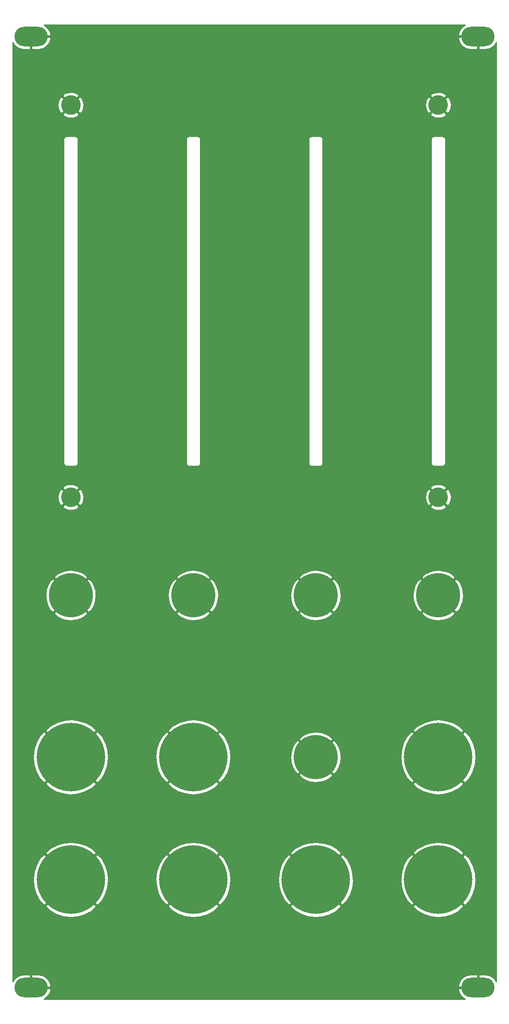
<source format=gbr>
%TF.GenerationSoftware,KiCad,Pcbnew,5.1.9-73d0e3b20d~88~ubuntu20.04.1*%
%TF.CreationDate,2021-04-01T10:45:02-04:00*%
%TF.ProjectId,ao_output_panel,616f5f6f-7574-4707-9574-5f70616e656c,rev?*%
%TF.SameCoordinates,Original*%
%TF.FileFunction,Copper,L1,Top*%
%TF.FilePolarity,Positive*%
%FSLAX46Y46*%
G04 Gerber Fmt 4.6, Leading zero omitted, Abs format (unit mm)*
G04 Created by KiCad (PCBNEW 5.1.9-73d0e3b20d~88~ubuntu20.04.1) date 2021-04-01 10:45:02*
%MOMM*%
%LPD*%
G01*
G04 APERTURE LIST*
%TA.AperFunction,ComponentPad*%
%ADD10C,4.000000*%
%TD*%
%TA.AperFunction,ComponentPad*%
%ADD11O,6.800000X4.000000*%
%TD*%
%TA.AperFunction,ComponentPad*%
%ADD12C,9.000000*%
%TD*%
%TA.AperFunction,ComponentPad*%
%ADD13C,14.000000*%
%TD*%
%TA.AperFunction,Conductor*%
%ADD14C,0.254000*%
%TD*%
%TA.AperFunction,Conductor*%
%ADD15C,0.100000*%
%TD*%
G04 APERTURE END LIST*
D10*
%TO.P,H20,1*%
%TO.N,GND*%
X137500000Y-117000000D03*
%TD*%
%TO.P,H19,1*%
%TO.N,GND*%
X137500000Y-37000000D03*
%TD*%
%TO.P,H18,1*%
%TO.N,GND*%
X62500000Y-117000000D03*
%TD*%
%TO.P,H17,1*%
%TO.N,GND*%
X62500000Y-37000000D03*
%TD*%
D11*
%TO.P,H16,1*%
%TO.N,GND*%
X145600000Y-23000000D03*
%TD*%
%TO.P,H15,1*%
%TO.N,GND*%
X145600000Y-217000000D03*
%TD*%
%TO.P,H14,1*%
%TO.N,GND*%
X54400000Y-23000000D03*
%TD*%
%TO.P,H13,1*%
%TO.N,GND*%
X54400000Y-217000000D03*
%TD*%
D12*
%TO.P,H12,1*%
%TO.N,GND*%
X112500000Y-170000000D03*
%TD*%
%TO.P,H11,1*%
%TO.N,GND*%
X137500000Y-137000000D03*
%TD*%
%TO.P,H10,1*%
%TO.N,GND*%
X112500000Y-137000000D03*
%TD*%
%TO.P,H9,1*%
%TO.N,GND*%
X87500000Y-137000000D03*
%TD*%
%TO.P,H8,1*%
%TO.N,GND*%
X62500000Y-137000000D03*
%TD*%
D13*
%TO.P,H7,1*%
%TO.N,GND*%
X137500000Y-195000000D03*
%TD*%
%TO.P,H6,1*%
%TO.N,GND*%
X112500000Y-195000000D03*
%TD*%
%TO.P,H5,1*%
%TO.N,GND*%
X87500000Y-195000000D03*
%TD*%
%TO.P,H4,1*%
%TO.N,GND*%
X62500000Y-195000000D03*
%TD*%
%TO.P,H3,1*%
%TO.N,GND*%
X137500000Y-170000000D03*
%TD*%
%TO.P,H2,1*%
%TO.N,GND*%
X87500000Y-170000000D03*
%TD*%
%TO.P,H1,1*%
%TO.N,GND*%
X62500000Y-170000000D03*
%TD*%
D14*
%TO.N,GND*%
X142630475Y-20879635D02*
X142246970Y-21226576D01*
X141938519Y-21641669D01*
X141716975Y-22108962D01*
X141620333Y-22462838D01*
X141727009Y-22873000D01*
X145473000Y-22873000D01*
X145473000Y-22853000D01*
X145727000Y-22853000D01*
X145727000Y-22873000D01*
X145747000Y-22873000D01*
X145747000Y-23127000D01*
X145727000Y-23127000D01*
X145727000Y-25635000D01*
X147127000Y-25635000D01*
X147638623Y-25559593D01*
X148125704Y-25385822D01*
X148569525Y-25120365D01*
X148953030Y-24773424D01*
X149261481Y-24358331D01*
X149340000Y-24192714D01*
X149340001Y-215807288D01*
X149261481Y-215641669D01*
X148953030Y-215226576D01*
X148569525Y-214879635D01*
X148125704Y-214614178D01*
X147638623Y-214440407D01*
X147127000Y-214365000D01*
X145727000Y-214365000D01*
X145727000Y-216873000D01*
X145747000Y-216873000D01*
X145747000Y-217127000D01*
X145727000Y-217127000D01*
X145727000Y-217147000D01*
X145473000Y-217147000D01*
X145473000Y-217127000D01*
X141727009Y-217127000D01*
X141620333Y-217537162D01*
X141716975Y-217891038D01*
X141938519Y-218358331D01*
X142246970Y-218773424D01*
X142630475Y-219120365D01*
X142997686Y-219340000D01*
X57002314Y-219340000D01*
X57369525Y-219120365D01*
X57753030Y-218773424D01*
X58061481Y-218358331D01*
X58283025Y-217891038D01*
X58379667Y-217537162D01*
X58272991Y-217127000D01*
X54527000Y-217127000D01*
X54527000Y-217147000D01*
X54273000Y-217147000D01*
X54273000Y-217127000D01*
X54253000Y-217127000D01*
X54253000Y-216873000D01*
X54273000Y-216873000D01*
X54273000Y-214365000D01*
X54527000Y-214365000D01*
X54527000Y-216873000D01*
X58272991Y-216873000D01*
X58379667Y-216462838D01*
X141620333Y-216462838D01*
X141727009Y-216873000D01*
X145473000Y-216873000D01*
X145473000Y-214365000D01*
X144073000Y-214365000D01*
X143561377Y-214440407D01*
X143074296Y-214614178D01*
X142630475Y-214879635D01*
X142246970Y-215226576D01*
X141938519Y-215641669D01*
X141716975Y-216108962D01*
X141620333Y-216462838D01*
X58379667Y-216462838D01*
X58283025Y-216108962D01*
X58061481Y-215641669D01*
X57753030Y-215226576D01*
X57369525Y-214879635D01*
X56925704Y-214614178D01*
X56438623Y-214440407D01*
X55927000Y-214365000D01*
X54527000Y-214365000D01*
X54273000Y-214365000D01*
X52873000Y-214365000D01*
X52361377Y-214440407D01*
X51874296Y-214614178D01*
X51430475Y-214879635D01*
X51046970Y-215226576D01*
X50738519Y-215641669D01*
X50660000Y-215807286D01*
X50660000Y-200401674D01*
X57277932Y-200401674D01*
X58093908Y-201280530D01*
X59403840Y-202019437D01*
X60832756Y-202488591D01*
X62325743Y-202669963D01*
X63825428Y-202556583D01*
X65274176Y-202152807D01*
X66616314Y-201474153D01*
X66906092Y-201280530D01*
X67722068Y-200401674D01*
X82277932Y-200401674D01*
X83093908Y-201280530D01*
X84403840Y-202019437D01*
X85832756Y-202488591D01*
X87325743Y-202669963D01*
X88825428Y-202556583D01*
X90274176Y-202152807D01*
X91616314Y-201474153D01*
X91906092Y-201280530D01*
X92722068Y-200401674D01*
X107277932Y-200401674D01*
X108093908Y-201280530D01*
X109403840Y-202019437D01*
X110832756Y-202488591D01*
X112325743Y-202669963D01*
X113825428Y-202556583D01*
X115274176Y-202152807D01*
X116616314Y-201474153D01*
X116906092Y-201280530D01*
X117722068Y-200401674D01*
X132277932Y-200401674D01*
X133093908Y-201280530D01*
X134403840Y-202019437D01*
X135832756Y-202488591D01*
X137325743Y-202669963D01*
X138825428Y-202556583D01*
X140274176Y-202152807D01*
X141616314Y-201474153D01*
X141906092Y-201280530D01*
X142722068Y-200401674D01*
X137500000Y-195179605D01*
X132277932Y-200401674D01*
X117722068Y-200401674D01*
X112500000Y-195179605D01*
X107277932Y-200401674D01*
X92722068Y-200401674D01*
X87500000Y-195179605D01*
X82277932Y-200401674D01*
X67722068Y-200401674D01*
X62500000Y-195179605D01*
X57277932Y-200401674D01*
X50660000Y-200401674D01*
X50660000Y-194825743D01*
X54830037Y-194825743D01*
X54943417Y-196325428D01*
X55347193Y-197774176D01*
X56025847Y-199116314D01*
X56219470Y-199406092D01*
X57098326Y-200222068D01*
X62320395Y-195000000D01*
X62679605Y-195000000D01*
X67901674Y-200222068D01*
X68780530Y-199406092D01*
X69519437Y-198096160D01*
X69988591Y-196667244D01*
X70169963Y-195174257D01*
X70143615Y-194825743D01*
X79830037Y-194825743D01*
X79943417Y-196325428D01*
X80347193Y-197774176D01*
X81025847Y-199116314D01*
X81219470Y-199406092D01*
X82098326Y-200222068D01*
X87320395Y-195000000D01*
X87679605Y-195000000D01*
X92901674Y-200222068D01*
X93780530Y-199406092D01*
X94519437Y-198096160D01*
X94988591Y-196667244D01*
X95169963Y-195174257D01*
X95143615Y-194825743D01*
X104830037Y-194825743D01*
X104943417Y-196325428D01*
X105347193Y-197774176D01*
X106025847Y-199116314D01*
X106219470Y-199406092D01*
X107098326Y-200222068D01*
X112320395Y-195000000D01*
X112679605Y-195000000D01*
X117901674Y-200222068D01*
X118780530Y-199406092D01*
X119519437Y-198096160D01*
X119988591Y-196667244D01*
X120169963Y-195174257D01*
X120143615Y-194825743D01*
X129830037Y-194825743D01*
X129943417Y-196325428D01*
X130347193Y-197774176D01*
X131025847Y-199116314D01*
X131219470Y-199406092D01*
X132098326Y-200222068D01*
X137320395Y-195000000D01*
X137679605Y-195000000D01*
X142901674Y-200222068D01*
X143780530Y-199406092D01*
X144519437Y-198096160D01*
X144988591Y-196667244D01*
X145169963Y-195174257D01*
X145056583Y-193674572D01*
X144652807Y-192225824D01*
X143974153Y-190883686D01*
X143780530Y-190593908D01*
X142901674Y-189777932D01*
X137679605Y-195000000D01*
X137320395Y-195000000D01*
X132098326Y-189777932D01*
X131219470Y-190593908D01*
X130480563Y-191903840D01*
X130011409Y-193332756D01*
X129830037Y-194825743D01*
X120143615Y-194825743D01*
X120056583Y-193674572D01*
X119652807Y-192225824D01*
X118974153Y-190883686D01*
X118780530Y-190593908D01*
X117901674Y-189777932D01*
X112679605Y-195000000D01*
X112320395Y-195000000D01*
X107098326Y-189777932D01*
X106219470Y-190593908D01*
X105480563Y-191903840D01*
X105011409Y-193332756D01*
X104830037Y-194825743D01*
X95143615Y-194825743D01*
X95056583Y-193674572D01*
X94652807Y-192225824D01*
X93974153Y-190883686D01*
X93780530Y-190593908D01*
X92901674Y-189777932D01*
X87679605Y-195000000D01*
X87320395Y-195000000D01*
X82098326Y-189777932D01*
X81219470Y-190593908D01*
X80480563Y-191903840D01*
X80011409Y-193332756D01*
X79830037Y-194825743D01*
X70143615Y-194825743D01*
X70056583Y-193674572D01*
X69652807Y-192225824D01*
X68974153Y-190883686D01*
X68780530Y-190593908D01*
X67901674Y-189777932D01*
X62679605Y-195000000D01*
X62320395Y-195000000D01*
X57098326Y-189777932D01*
X56219470Y-190593908D01*
X55480563Y-191903840D01*
X55011409Y-193332756D01*
X54830037Y-194825743D01*
X50660000Y-194825743D01*
X50660000Y-189598326D01*
X57277932Y-189598326D01*
X62500000Y-194820395D01*
X67722068Y-189598326D01*
X82277932Y-189598326D01*
X87500000Y-194820395D01*
X92722068Y-189598326D01*
X107277932Y-189598326D01*
X112500000Y-194820395D01*
X117722068Y-189598326D01*
X132277932Y-189598326D01*
X137500000Y-194820395D01*
X142722068Y-189598326D01*
X141906092Y-188719470D01*
X140596160Y-187980563D01*
X139167244Y-187511409D01*
X137674257Y-187330037D01*
X136174572Y-187443417D01*
X134725824Y-187847193D01*
X133383686Y-188525847D01*
X133093908Y-188719470D01*
X132277932Y-189598326D01*
X117722068Y-189598326D01*
X116906092Y-188719470D01*
X115596160Y-187980563D01*
X114167244Y-187511409D01*
X112674257Y-187330037D01*
X111174572Y-187443417D01*
X109725824Y-187847193D01*
X108383686Y-188525847D01*
X108093908Y-188719470D01*
X107277932Y-189598326D01*
X92722068Y-189598326D01*
X91906092Y-188719470D01*
X90596160Y-187980563D01*
X89167244Y-187511409D01*
X87674257Y-187330037D01*
X86174572Y-187443417D01*
X84725824Y-187847193D01*
X83383686Y-188525847D01*
X83093908Y-188719470D01*
X82277932Y-189598326D01*
X67722068Y-189598326D01*
X66906092Y-188719470D01*
X65596160Y-187980563D01*
X64167244Y-187511409D01*
X62674257Y-187330037D01*
X61174572Y-187443417D01*
X59725824Y-187847193D01*
X58383686Y-188525847D01*
X58093908Y-188719470D01*
X57277932Y-189598326D01*
X50660000Y-189598326D01*
X50660000Y-175401674D01*
X57277932Y-175401674D01*
X58093908Y-176280530D01*
X59403840Y-177019437D01*
X60832756Y-177488591D01*
X62325743Y-177669963D01*
X63825428Y-177556583D01*
X65274176Y-177152807D01*
X66616314Y-176474153D01*
X66906092Y-176280530D01*
X67722068Y-175401674D01*
X82277932Y-175401674D01*
X83093908Y-176280530D01*
X84403840Y-177019437D01*
X85832756Y-177488591D01*
X87325743Y-177669963D01*
X88825428Y-177556583D01*
X90274176Y-177152807D01*
X91616314Y-176474153D01*
X91906092Y-176280530D01*
X92722068Y-175401674D01*
X132277932Y-175401674D01*
X133093908Y-176280530D01*
X134403840Y-177019437D01*
X135832756Y-177488591D01*
X137325743Y-177669963D01*
X138825428Y-177556583D01*
X140274176Y-177152807D01*
X141616314Y-176474153D01*
X141906092Y-176280530D01*
X142722068Y-175401674D01*
X137500000Y-170179605D01*
X132277932Y-175401674D01*
X92722068Y-175401674D01*
X87500000Y-170179605D01*
X82277932Y-175401674D01*
X67722068Y-175401674D01*
X62500000Y-170179605D01*
X57277932Y-175401674D01*
X50660000Y-175401674D01*
X50660000Y-169825743D01*
X54830037Y-169825743D01*
X54943417Y-171325428D01*
X55347193Y-172774176D01*
X56025847Y-174116314D01*
X56219470Y-174406092D01*
X57098326Y-175222068D01*
X62320395Y-170000000D01*
X62679605Y-170000000D01*
X67901674Y-175222068D01*
X68780530Y-174406092D01*
X69519437Y-173096160D01*
X69988591Y-171667244D01*
X70169963Y-170174257D01*
X70143615Y-169825743D01*
X79830037Y-169825743D01*
X79943417Y-171325428D01*
X80347193Y-172774176D01*
X81025847Y-174116314D01*
X81219470Y-174406092D01*
X82098326Y-175222068D01*
X87320395Y-170000000D01*
X87679605Y-170000000D01*
X92901674Y-175222068D01*
X93780530Y-174406092D01*
X94221145Y-173624971D01*
X109054634Y-173624971D01*
X109570783Y-174247788D01*
X110455768Y-174737630D01*
X111419314Y-175045407D01*
X112424389Y-175159293D01*
X113432370Y-175074910D01*
X114404520Y-174795501D01*
X115303481Y-174331803D01*
X115429217Y-174247788D01*
X115945366Y-173624971D01*
X112500000Y-170179605D01*
X109054634Y-173624971D01*
X94221145Y-173624971D01*
X94519437Y-173096160D01*
X94988591Y-171667244D01*
X95169963Y-170174257D01*
X95151073Y-169924389D01*
X107340707Y-169924389D01*
X107425090Y-170932370D01*
X107704499Y-171904520D01*
X108168197Y-172803481D01*
X108252212Y-172929217D01*
X108875029Y-173445366D01*
X112320395Y-170000000D01*
X112679605Y-170000000D01*
X116124971Y-173445366D01*
X116747788Y-172929217D01*
X117237630Y-172044232D01*
X117545407Y-171080686D01*
X117659293Y-170075611D01*
X117638376Y-169825743D01*
X129830037Y-169825743D01*
X129943417Y-171325428D01*
X130347193Y-172774176D01*
X131025847Y-174116314D01*
X131219470Y-174406092D01*
X132098326Y-175222068D01*
X137320395Y-170000000D01*
X137679605Y-170000000D01*
X142901674Y-175222068D01*
X143780530Y-174406092D01*
X144519437Y-173096160D01*
X144988591Y-171667244D01*
X145169963Y-170174257D01*
X145056583Y-168674572D01*
X144652807Y-167225824D01*
X143974153Y-165883686D01*
X143780530Y-165593908D01*
X142901674Y-164777932D01*
X137679605Y-170000000D01*
X137320395Y-170000000D01*
X132098326Y-164777932D01*
X131219470Y-165593908D01*
X130480563Y-166903840D01*
X130011409Y-168332756D01*
X129830037Y-169825743D01*
X117638376Y-169825743D01*
X117574910Y-169067630D01*
X117295501Y-168095480D01*
X116831803Y-167196519D01*
X116747788Y-167070783D01*
X116124971Y-166554634D01*
X112679605Y-170000000D01*
X112320395Y-170000000D01*
X108875029Y-166554634D01*
X108252212Y-167070783D01*
X107762370Y-167955768D01*
X107454593Y-168919314D01*
X107340707Y-169924389D01*
X95151073Y-169924389D01*
X95056583Y-168674572D01*
X94652807Y-167225824D01*
X94222602Y-166375029D01*
X109054634Y-166375029D01*
X112500000Y-169820395D01*
X115945366Y-166375029D01*
X115429217Y-165752212D01*
X114544232Y-165262370D01*
X113580686Y-164954593D01*
X112575611Y-164840707D01*
X111567630Y-164925090D01*
X110595480Y-165204499D01*
X109696519Y-165668197D01*
X109570783Y-165752212D01*
X109054634Y-166375029D01*
X94222602Y-166375029D01*
X93974153Y-165883686D01*
X93780530Y-165593908D01*
X92901674Y-164777932D01*
X87679605Y-170000000D01*
X87320395Y-170000000D01*
X82098326Y-164777932D01*
X81219470Y-165593908D01*
X80480563Y-166903840D01*
X80011409Y-168332756D01*
X79830037Y-169825743D01*
X70143615Y-169825743D01*
X70056583Y-168674572D01*
X69652807Y-167225824D01*
X68974153Y-165883686D01*
X68780530Y-165593908D01*
X67901674Y-164777932D01*
X62679605Y-170000000D01*
X62320395Y-170000000D01*
X57098326Y-164777932D01*
X56219470Y-165593908D01*
X55480563Y-166903840D01*
X55011409Y-168332756D01*
X54830037Y-169825743D01*
X50660000Y-169825743D01*
X50660000Y-164598326D01*
X57277932Y-164598326D01*
X62500000Y-169820395D01*
X67722068Y-164598326D01*
X82277932Y-164598326D01*
X87500000Y-169820395D01*
X92722068Y-164598326D01*
X132277932Y-164598326D01*
X137500000Y-169820395D01*
X142722068Y-164598326D01*
X141906092Y-163719470D01*
X140596160Y-162980563D01*
X139167244Y-162511409D01*
X137674257Y-162330037D01*
X136174572Y-162443417D01*
X134725824Y-162847193D01*
X133383686Y-163525847D01*
X133093908Y-163719470D01*
X132277932Y-164598326D01*
X92722068Y-164598326D01*
X91906092Y-163719470D01*
X90596160Y-162980563D01*
X89167244Y-162511409D01*
X87674257Y-162330037D01*
X86174572Y-162443417D01*
X84725824Y-162847193D01*
X83383686Y-163525847D01*
X83093908Y-163719470D01*
X82277932Y-164598326D01*
X67722068Y-164598326D01*
X66906092Y-163719470D01*
X65596160Y-162980563D01*
X64167244Y-162511409D01*
X62674257Y-162330037D01*
X61174572Y-162443417D01*
X59725824Y-162847193D01*
X58383686Y-163525847D01*
X58093908Y-163719470D01*
X57277932Y-164598326D01*
X50660000Y-164598326D01*
X50660000Y-140624971D01*
X59054634Y-140624971D01*
X59570783Y-141247788D01*
X60455768Y-141737630D01*
X61419314Y-142045407D01*
X62424389Y-142159293D01*
X63432370Y-142074910D01*
X64404520Y-141795501D01*
X65303481Y-141331803D01*
X65429217Y-141247788D01*
X65945366Y-140624971D01*
X84054634Y-140624971D01*
X84570783Y-141247788D01*
X85455768Y-141737630D01*
X86419314Y-142045407D01*
X87424389Y-142159293D01*
X88432370Y-142074910D01*
X89404520Y-141795501D01*
X90303481Y-141331803D01*
X90429217Y-141247788D01*
X90945366Y-140624971D01*
X109054634Y-140624971D01*
X109570783Y-141247788D01*
X110455768Y-141737630D01*
X111419314Y-142045407D01*
X112424389Y-142159293D01*
X113432370Y-142074910D01*
X114404520Y-141795501D01*
X115303481Y-141331803D01*
X115429217Y-141247788D01*
X115945366Y-140624971D01*
X134054634Y-140624971D01*
X134570783Y-141247788D01*
X135455768Y-141737630D01*
X136419314Y-142045407D01*
X137424389Y-142159293D01*
X138432370Y-142074910D01*
X139404520Y-141795501D01*
X140303481Y-141331803D01*
X140429217Y-141247788D01*
X140945366Y-140624971D01*
X137500000Y-137179605D01*
X134054634Y-140624971D01*
X115945366Y-140624971D01*
X112500000Y-137179605D01*
X109054634Y-140624971D01*
X90945366Y-140624971D01*
X87500000Y-137179605D01*
X84054634Y-140624971D01*
X65945366Y-140624971D01*
X62500000Y-137179605D01*
X59054634Y-140624971D01*
X50660000Y-140624971D01*
X50660000Y-136924389D01*
X57340707Y-136924389D01*
X57425090Y-137932370D01*
X57704499Y-138904520D01*
X58168197Y-139803481D01*
X58252212Y-139929217D01*
X58875029Y-140445366D01*
X62320395Y-137000000D01*
X62679605Y-137000000D01*
X66124971Y-140445366D01*
X66747788Y-139929217D01*
X67237630Y-139044232D01*
X67545407Y-138080686D01*
X67659293Y-137075611D01*
X67646634Y-136924389D01*
X82340707Y-136924389D01*
X82425090Y-137932370D01*
X82704499Y-138904520D01*
X83168197Y-139803481D01*
X83252212Y-139929217D01*
X83875029Y-140445366D01*
X87320395Y-137000000D01*
X87679605Y-137000000D01*
X91124971Y-140445366D01*
X91747788Y-139929217D01*
X92237630Y-139044232D01*
X92545407Y-138080686D01*
X92659293Y-137075611D01*
X92646634Y-136924389D01*
X107340707Y-136924389D01*
X107425090Y-137932370D01*
X107704499Y-138904520D01*
X108168197Y-139803481D01*
X108252212Y-139929217D01*
X108875029Y-140445366D01*
X112320395Y-137000000D01*
X112679605Y-137000000D01*
X116124971Y-140445366D01*
X116747788Y-139929217D01*
X117237630Y-139044232D01*
X117545407Y-138080686D01*
X117659293Y-137075611D01*
X117646634Y-136924389D01*
X132340707Y-136924389D01*
X132425090Y-137932370D01*
X132704499Y-138904520D01*
X133168197Y-139803481D01*
X133252212Y-139929217D01*
X133875029Y-140445366D01*
X137320395Y-137000000D01*
X137679605Y-137000000D01*
X141124971Y-140445366D01*
X141747788Y-139929217D01*
X142237630Y-139044232D01*
X142545407Y-138080686D01*
X142659293Y-137075611D01*
X142574910Y-136067630D01*
X142295501Y-135095480D01*
X141831803Y-134196519D01*
X141747788Y-134070783D01*
X141124971Y-133554634D01*
X137679605Y-137000000D01*
X137320395Y-137000000D01*
X133875029Y-133554634D01*
X133252212Y-134070783D01*
X132762370Y-134955768D01*
X132454593Y-135919314D01*
X132340707Y-136924389D01*
X117646634Y-136924389D01*
X117574910Y-136067630D01*
X117295501Y-135095480D01*
X116831803Y-134196519D01*
X116747788Y-134070783D01*
X116124971Y-133554634D01*
X112679605Y-137000000D01*
X112320395Y-137000000D01*
X108875029Y-133554634D01*
X108252212Y-134070783D01*
X107762370Y-134955768D01*
X107454593Y-135919314D01*
X107340707Y-136924389D01*
X92646634Y-136924389D01*
X92574910Y-136067630D01*
X92295501Y-135095480D01*
X91831803Y-134196519D01*
X91747788Y-134070783D01*
X91124971Y-133554634D01*
X87679605Y-137000000D01*
X87320395Y-137000000D01*
X83875029Y-133554634D01*
X83252212Y-134070783D01*
X82762370Y-134955768D01*
X82454593Y-135919314D01*
X82340707Y-136924389D01*
X67646634Y-136924389D01*
X67574910Y-136067630D01*
X67295501Y-135095480D01*
X66831803Y-134196519D01*
X66747788Y-134070783D01*
X66124971Y-133554634D01*
X62679605Y-137000000D01*
X62320395Y-137000000D01*
X58875029Y-133554634D01*
X58252212Y-134070783D01*
X57762370Y-134955768D01*
X57454593Y-135919314D01*
X57340707Y-136924389D01*
X50660000Y-136924389D01*
X50660000Y-133375029D01*
X59054634Y-133375029D01*
X62500000Y-136820395D01*
X65945366Y-133375029D01*
X84054634Y-133375029D01*
X87500000Y-136820395D01*
X90945366Y-133375029D01*
X109054634Y-133375029D01*
X112500000Y-136820395D01*
X115945366Y-133375029D01*
X134054634Y-133375029D01*
X137500000Y-136820395D01*
X140945366Y-133375029D01*
X140429217Y-132752212D01*
X139544232Y-132262370D01*
X138580686Y-131954593D01*
X137575611Y-131840707D01*
X136567630Y-131925090D01*
X135595480Y-132204499D01*
X134696519Y-132668197D01*
X134570783Y-132752212D01*
X134054634Y-133375029D01*
X115945366Y-133375029D01*
X115429217Y-132752212D01*
X114544232Y-132262370D01*
X113580686Y-131954593D01*
X112575611Y-131840707D01*
X111567630Y-131925090D01*
X110595480Y-132204499D01*
X109696519Y-132668197D01*
X109570783Y-132752212D01*
X109054634Y-133375029D01*
X90945366Y-133375029D01*
X90429217Y-132752212D01*
X89544232Y-132262370D01*
X88580686Y-131954593D01*
X87575611Y-131840707D01*
X86567630Y-131925090D01*
X85595480Y-132204499D01*
X84696519Y-132668197D01*
X84570783Y-132752212D01*
X84054634Y-133375029D01*
X65945366Y-133375029D01*
X65429217Y-132752212D01*
X64544232Y-132262370D01*
X63580686Y-131954593D01*
X62575611Y-131840707D01*
X61567630Y-131925090D01*
X60595480Y-132204499D01*
X59696519Y-132668197D01*
X59570783Y-132752212D01*
X59054634Y-133375029D01*
X50660000Y-133375029D01*
X50660000Y-118847499D01*
X60832106Y-118847499D01*
X61048228Y-119214258D01*
X61508105Y-119454938D01*
X62006098Y-119601275D01*
X62523071Y-119647648D01*
X63039159Y-119592273D01*
X63534526Y-119437279D01*
X63951772Y-119214258D01*
X64167894Y-118847499D01*
X135832106Y-118847499D01*
X136048228Y-119214258D01*
X136508105Y-119454938D01*
X137006098Y-119601275D01*
X137523071Y-119647648D01*
X138039159Y-119592273D01*
X138534526Y-119437279D01*
X138951772Y-119214258D01*
X139167894Y-118847499D01*
X137500000Y-117179605D01*
X135832106Y-118847499D01*
X64167894Y-118847499D01*
X62500000Y-117179605D01*
X60832106Y-118847499D01*
X50660000Y-118847499D01*
X50660000Y-117023071D01*
X59852352Y-117023071D01*
X59907727Y-117539159D01*
X60062721Y-118034526D01*
X60285742Y-118451772D01*
X60652501Y-118667894D01*
X62320395Y-117000000D01*
X62679605Y-117000000D01*
X64347499Y-118667894D01*
X64714258Y-118451772D01*
X64954938Y-117991895D01*
X65101275Y-117493902D01*
X65143509Y-117023071D01*
X134852352Y-117023071D01*
X134907727Y-117539159D01*
X135062721Y-118034526D01*
X135285742Y-118451772D01*
X135652501Y-118667894D01*
X137320395Y-117000000D01*
X137679605Y-117000000D01*
X139347499Y-118667894D01*
X139714258Y-118451772D01*
X139954938Y-117991895D01*
X140101275Y-117493902D01*
X140147648Y-116976929D01*
X140092273Y-116460841D01*
X139937279Y-115965474D01*
X139714258Y-115548228D01*
X139347499Y-115332106D01*
X137679605Y-117000000D01*
X137320395Y-117000000D01*
X135652501Y-115332106D01*
X135285742Y-115548228D01*
X135045062Y-116008105D01*
X134898725Y-116506098D01*
X134852352Y-117023071D01*
X65143509Y-117023071D01*
X65147648Y-116976929D01*
X65092273Y-116460841D01*
X64937279Y-115965474D01*
X64714258Y-115548228D01*
X64347499Y-115332106D01*
X62679605Y-117000000D01*
X62320395Y-117000000D01*
X60652501Y-115332106D01*
X60285742Y-115548228D01*
X60045062Y-116008105D01*
X59898725Y-116506098D01*
X59852352Y-117023071D01*
X50660000Y-117023071D01*
X50660000Y-115152501D01*
X60832106Y-115152501D01*
X62500000Y-116820395D01*
X64167894Y-115152501D01*
X135832106Y-115152501D01*
X137500000Y-116820395D01*
X139167894Y-115152501D01*
X138951772Y-114785742D01*
X138491895Y-114545062D01*
X137993902Y-114398725D01*
X137476929Y-114352352D01*
X136960841Y-114407727D01*
X136465474Y-114562721D01*
X136048228Y-114785742D01*
X135832106Y-115152501D01*
X64167894Y-115152501D01*
X63951772Y-114785742D01*
X63491895Y-114545062D01*
X62993902Y-114398725D01*
X62476929Y-114352352D01*
X61960841Y-114407727D01*
X61465474Y-114562721D01*
X61048228Y-114785742D01*
X60832106Y-115152501D01*
X50660000Y-115152501D01*
X50660000Y-44000000D01*
X61036807Y-44000000D01*
X61040001Y-44032430D01*
X61040000Y-109967581D01*
X61036807Y-110000000D01*
X61049550Y-110129383D01*
X61087290Y-110253793D01*
X61148575Y-110368450D01*
X61231052Y-110468948D01*
X61331550Y-110551425D01*
X61446207Y-110612710D01*
X61570617Y-110650450D01*
X61700000Y-110663193D01*
X61732419Y-110660000D01*
X63267581Y-110660000D01*
X63300000Y-110663193D01*
X63332419Y-110660000D01*
X63429383Y-110650450D01*
X63553793Y-110612710D01*
X63668450Y-110551425D01*
X63768948Y-110468948D01*
X63851425Y-110368450D01*
X63912710Y-110253793D01*
X63950450Y-110129383D01*
X63963193Y-110000000D01*
X63960000Y-109967581D01*
X63960000Y-44032419D01*
X63963193Y-44000000D01*
X86036807Y-44000000D01*
X86040001Y-44032430D01*
X86040000Y-109967581D01*
X86036807Y-110000000D01*
X86049550Y-110129383D01*
X86087290Y-110253793D01*
X86148575Y-110368450D01*
X86231052Y-110468948D01*
X86331550Y-110551425D01*
X86446207Y-110612710D01*
X86570617Y-110650450D01*
X86700000Y-110663193D01*
X86732419Y-110660000D01*
X88267581Y-110660000D01*
X88300000Y-110663193D01*
X88332419Y-110660000D01*
X88429383Y-110650450D01*
X88553793Y-110612710D01*
X88668450Y-110551425D01*
X88768948Y-110468948D01*
X88851425Y-110368450D01*
X88912710Y-110253793D01*
X88950450Y-110129383D01*
X88963193Y-110000000D01*
X88960000Y-109967581D01*
X88960000Y-44032419D01*
X88963193Y-44000000D01*
X111036807Y-44000000D01*
X111040001Y-44032430D01*
X111040000Y-109967581D01*
X111036807Y-110000000D01*
X111049550Y-110129383D01*
X111087290Y-110253793D01*
X111148575Y-110368450D01*
X111231052Y-110468948D01*
X111331550Y-110551425D01*
X111446207Y-110612710D01*
X111570617Y-110650450D01*
X111700000Y-110663193D01*
X111732419Y-110660000D01*
X113267581Y-110660000D01*
X113300000Y-110663193D01*
X113332419Y-110660000D01*
X113429383Y-110650450D01*
X113553793Y-110612710D01*
X113668450Y-110551425D01*
X113768948Y-110468948D01*
X113851425Y-110368450D01*
X113912710Y-110253793D01*
X113950450Y-110129383D01*
X113963193Y-110000000D01*
X113960000Y-109967581D01*
X113960000Y-44032419D01*
X113963193Y-44000000D01*
X136036807Y-44000000D01*
X136040001Y-44032430D01*
X136040000Y-109967581D01*
X136036807Y-110000000D01*
X136049550Y-110129383D01*
X136087290Y-110253793D01*
X136148575Y-110368450D01*
X136231052Y-110468948D01*
X136331550Y-110551425D01*
X136446207Y-110612710D01*
X136570617Y-110650450D01*
X136700000Y-110663193D01*
X136732419Y-110660000D01*
X138267581Y-110660000D01*
X138300000Y-110663193D01*
X138332419Y-110660000D01*
X138429383Y-110650450D01*
X138553793Y-110612710D01*
X138668450Y-110551425D01*
X138768948Y-110468948D01*
X138851425Y-110368450D01*
X138912710Y-110253793D01*
X138950450Y-110129383D01*
X138963193Y-110000000D01*
X138960000Y-109967581D01*
X138960000Y-44032419D01*
X138963193Y-44000000D01*
X138950450Y-43870617D01*
X138912710Y-43746207D01*
X138851425Y-43631550D01*
X138768948Y-43531052D01*
X138668450Y-43448575D01*
X138553793Y-43387290D01*
X138429383Y-43349550D01*
X138332419Y-43340000D01*
X138300000Y-43336807D01*
X138267581Y-43340000D01*
X136732419Y-43340000D01*
X136700000Y-43336807D01*
X136667581Y-43340000D01*
X136570617Y-43349550D01*
X136446207Y-43387290D01*
X136331550Y-43448575D01*
X136231052Y-43531052D01*
X136148575Y-43631550D01*
X136087290Y-43746207D01*
X136049550Y-43870617D01*
X136036807Y-44000000D01*
X113963193Y-44000000D01*
X113950450Y-43870617D01*
X113912710Y-43746207D01*
X113851425Y-43631550D01*
X113768948Y-43531052D01*
X113668450Y-43448575D01*
X113553793Y-43387290D01*
X113429383Y-43349550D01*
X113332419Y-43340000D01*
X113300000Y-43336807D01*
X113267581Y-43340000D01*
X111732419Y-43340000D01*
X111700000Y-43336807D01*
X111667581Y-43340000D01*
X111570617Y-43349550D01*
X111446207Y-43387290D01*
X111331550Y-43448575D01*
X111231052Y-43531052D01*
X111148575Y-43631550D01*
X111087290Y-43746207D01*
X111049550Y-43870617D01*
X111036807Y-44000000D01*
X88963193Y-44000000D01*
X88950450Y-43870617D01*
X88912710Y-43746207D01*
X88851425Y-43631550D01*
X88768948Y-43531052D01*
X88668450Y-43448575D01*
X88553793Y-43387290D01*
X88429383Y-43349550D01*
X88332419Y-43340000D01*
X88300000Y-43336807D01*
X88267581Y-43340000D01*
X86732419Y-43340000D01*
X86700000Y-43336807D01*
X86667581Y-43340000D01*
X86570617Y-43349550D01*
X86446207Y-43387290D01*
X86331550Y-43448575D01*
X86231052Y-43531052D01*
X86148575Y-43631550D01*
X86087290Y-43746207D01*
X86049550Y-43870617D01*
X86036807Y-44000000D01*
X63963193Y-44000000D01*
X63950450Y-43870617D01*
X63912710Y-43746207D01*
X63851425Y-43631550D01*
X63768948Y-43531052D01*
X63668450Y-43448575D01*
X63553793Y-43387290D01*
X63429383Y-43349550D01*
X63332419Y-43340000D01*
X63300000Y-43336807D01*
X63267581Y-43340000D01*
X61732419Y-43340000D01*
X61700000Y-43336807D01*
X61667581Y-43340000D01*
X61570617Y-43349550D01*
X61446207Y-43387290D01*
X61331550Y-43448575D01*
X61231052Y-43531052D01*
X61148575Y-43631550D01*
X61087290Y-43746207D01*
X61049550Y-43870617D01*
X61036807Y-44000000D01*
X50660000Y-44000000D01*
X50660000Y-38847499D01*
X60832106Y-38847499D01*
X61048228Y-39214258D01*
X61508105Y-39454938D01*
X62006098Y-39601275D01*
X62523071Y-39647648D01*
X63039159Y-39592273D01*
X63534526Y-39437279D01*
X63951772Y-39214258D01*
X64167894Y-38847499D01*
X135832106Y-38847499D01*
X136048228Y-39214258D01*
X136508105Y-39454938D01*
X137006098Y-39601275D01*
X137523071Y-39647648D01*
X138039159Y-39592273D01*
X138534526Y-39437279D01*
X138951772Y-39214258D01*
X139167894Y-38847499D01*
X137500000Y-37179605D01*
X135832106Y-38847499D01*
X64167894Y-38847499D01*
X62500000Y-37179605D01*
X60832106Y-38847499D01*
X50660000Y-38847499D01*
X50660000Y-37023071D01*
X59852352Y-37023071D01*
X59907727Y-37539159D01*
X60062721Y-38034526D01*
X60285742Y-38451772D01*
X60652501Y-38667894D01*
X62320395Y-37000000D01*
X62679605Y-37000000D01*
X64347499Y-38667894D01*
X64714258Y-38451772D01*
X64954938Y-37991895D01*
X65101275Y-37493902D01*
X65143509Y-37023071D01*
X134852352Y-37023071D01*
X134907727Y-37539159D01*
X135062721Y-38034526D01*
X135285742Y-38451772D01*
X135652501Y-38667894D01*
X137320395Y-37000000D01*
X137679605Y-37000000D01*
X139347499Y-38667894D01*
X139714258Y-38451772D01*
X139954938Y-37991895D01*
X140101275Y-37493902D01*
X140147648Y-36976929D01*
X140092273Y-36460841D01*
X139937279Y-35965474D01*
X139714258Y-35548228D01*
X139347499Y-35332106D01*
X137679605Y-37000000D01*
X137320395Y-37000000D01*
X135652501Y-35332106D01*
X135285742Y-35548228D01*
X135045062Y-36008105D01*
X134898725Y-36506098D01*
X134852352Y-37023071D01*
X65143509Y-37023071D01*
X65147648Y-36976929D01*
X65092273Y-36460841D01*
X64937279Y-35965474D01*
X64714258Y-35548228D01*
X64347499Y-35332106D01*
X62679605Y-37000000D01*
X62320395Y-37000000D01*
X60652501Y-35332106D01*
X60285742Y-35548228D01*
X60045062Y-36008105D01*
X59898725Y-36506098D01*
X59852352Y-37023071D01*
X50660000Y-37023071D01*
X50660000Y-35152501D01*
X60832106Y-35152501D01*
X62500000Y-36820395D01*
X64167894Y-35152501D01*
X135832106Y-35152501D01*
X137500000Y-36820395D01*
X139167894Y-35152501D01*
X138951772Y-34785742D01*
X138491895Y-34545062D01*
X137993902Y-34398725D01*
X137476929Y-34352352D01*
X136960841Y-34407727D01*
X136465474Y-34562721D01*
X136048228Y-34785742D01*
X135832106Y-35152501D01*
X64167894Y-35152501D01*
X63951772Y-34785742D01*
X63491895Y-34545062D01*
X62993902Y-34398725D01*
X62476929Y-34352352D01*
X61960841Y-34407727D01*
X61465474Y-34562721D01*
X61048228Y-34785742D01*
X60832106Y-35152501D01*
X50660000Y-35152501D01*
X50660000Y-24192714D01*
X50738519Y-24358331D01*
X51046970Y-24773424D01*
X51430475Y-25120365D01*
X51874296Y-25385822D01*
X52361377Y-25559593D01*
X52873000Y-25635000D01*
X54273000Y-25635000D01*
X54273000Y-23127000D01*
X54527000Y-23127000D01*
X54527000Y-25635000D01*
X55927000Y-25635000D01*
X56438623Y-25559593D01*
X56925704Y-25385822D01*
X57369525Y-25120365D01*
X57753030Y-24773424D01*
X58061481Y-24358331D01*
X58283025Y-23891038D01*
X58379667Y-23537162D01*
X141620333Y-23537162D01*
X141716975Y-23891038D01*
X141938519Y-24358331D01*
X142246970Y-24773424D01*
X142630475Y-25120365D01*
X143074296Y-25385822D01*
X143561377Y-25559593D01*
X144073000Y-25635000D01*
X145473000Y-25635000D01*
X145473000Y-23127000D01*
X141727009Y-23127000D01*
X141620333Y-23537162D01*
X58379667Y-23537162D01*
X58272991Y-23127000D01*
X54527000Y-23127000D01*
X54273000Y-23127000D01*
X54253000Y-23127000D01*
X54253000Y-22873000D01*
X54273000Y-22873000D01*
X54273000Y-22853000D01*
X54527000Y-22853000D01*
X54527000Y-22873000D01*
X58272991Y-22873000D01*
X58379667Y-22462838D01*
X58283025Y-22108962D01*
X58061481Y-21641669D01*
X57753030Y-21226576D01*
X57369525Y-20879635D01*
X57002314Y-20660000D01*
X142997686Y-20660000D01*
X142630475Y-20879635D01*
%TA.AperFunction,Conductor*%
D15*
G36*
X142630475Y-20879635D02*
G01*
X142246970Y-21226576D01*
X141938519Y-21641669D01*
X141716975Y-22108962D01*
X141620333Y-22462838D01*
X141727009Y-22873000D01*
X145473000Y-22873000D01*
X145473000Y-22853000D01*
X145727000Y-22853000D01*
X145727000Y-22873000D01*
X145747000Y-22873000D01*
X145747000Y-23127000D01*
X145727000Y-23127000D01*
X145727000Y-25635000D01*
X147127000Y-25635000D01*
X147638623Y-25559593D01*
X148125704Y-25385822D01*
X148569525Y-25120365D01*
X148953030Y-24773424D01*
X149261481Y-24358331D01*
X149340000Y-24192714D01*
X149340001Y-215807288D01*
X149261481Y-215641669D01*
X148953030Y-215226576D01*
X148569525Y-214879635D01*
X148125704Y-214614178D01*
X147638623Y-214440407D01*
X147127000Y-214365000D01*
X145727000Y-214365000D01*
X145727000Y-216873000D01*
X145747000Y-216873000D01*
X145747000Y-217127000D01*
X145727000Y-217127000D01*
X145727000Y-217147000D01*
X145473000Y-217147000D01*
X145473000Y-217127000D01*
X141727009Y-217127000D01*
X141620333Y-217537162D01*
X141716975Y-217891038D01*
X141938519Y-218358331D01*
X142246970Y-218773424D01*
X142630475Y-219120365D01*
X142997686Y-219340000D01*
X57002314Y-219340000D01*
X57369525Y-219120365D01*
X57753030Y-218773424D01*
X58061481Y-218358331D01*
X58283025Y-217891038D01*
X58379667Y-217537162D01*
X58272991Y-217127000D01*
X54527000Y-217127000D01*
X54527000Y-217147000D01*
X54273000Y-217147000D01*
X54273000Y-217127000D01*
X54253000Y-217127000D01*
X54253000Y-216873000D01*
X54273000Y-216873000D01*
X54273000Y-214365000D01*
X54527000Y-214365000D01*
X54527000Y-216873000D01*
X58272991Y-216873000D01*
X58379667Y-216462838D01*
X141620333Y-216462838D01*
X141727009Y-216873000D01*
X145473000Y-216873000D01*
X145473000Y-214365000D01*
X144073000Y-214365000D01*
X143561377Y-214440407D01*
X143074296Y-214614178D01*
X142630475Y-214879635D01*
X142246970Y-215226576D01*
X141938519Y-215641669D01*
X141716975Y-216108962D01*
X141620333Y-216462838D01*
X58379667Y-216462838D01*
X58283025Y-216108962D01*
X58061481Y-215641669D01*
X57753030Y-215226576D01*
X57369525Y-214879635D01*
X56925704Y-214614178D01*
X56438623Y-214440407D01*
X55927000Y-214365000D01*
X54527000Y-214365000D01*
X54273000Y-214365000D01*
X52873000Y-214365000D01*
X52361377Y-214440407D01*
X51874296Y-214614178D01*
X51430475Y-214879635D01*
X51046970Y-215226576D01*
X50738519Y-215641669D01*
X50660000Y-215807286D01*
X50660000Y-200401674D01*
X57277932Y-200401674D01*
X58093908Y-201280530D01*
X59403840Y-202019437D01*
X60832756Y-202488591D01*
X62325743Y-202669963D01*
X63825428Y-202556583D01*
X65274176Y-202152807D01*
X66616314Y-201474153D01*
X66906092Y-201280530D01*
X67722068Y-200401674D01*
X82277932Y-200401674D01*
X83093908Y-201280530D01*
X84403840Y-202019437D01*
X85832756Y-202488591D01*
X87325743Y-202669963D01*
X88825428Y-202556583D01*
X90274176Y-202152807D01*
X91616314Y-201474153D01*
X91906092Y-201280530D01*
X92722068Y-200401674D01*
X107277932Y-200401674D01*
X108093908Y-201280530D01*
X109403840Y-202019437D01*
X110832756Y-202488591D01*
X112325743Y-202669963D01*
X113825428Y-202556583D01*
X115274176Y-202152807D01*
X116616314Y-201474153D01*
X116906092Y-201280530D01*
X117722068Y-200401674D01*
X132277932Y-200401674D01*
X133093908Y-201280530D01*
X134403840Y-202019437D01*
X135832756Y-202488591D01*
X137325743Y-202669963D01*
X138825428Y-202556583D01*
X140274176Y-202152807D01*
X141616314Y-201474153D01*
X141906092Y-201280530D01*
X142722068Y-200401674D01*
X137500000Y-195179605D01*
X132277932Y-200401674D01*
X117722068Y-200401674D01*
X112500000Y-195179605D01*
X107277932Y-200401674D01*
X92722068Y-200401674D01*
X87500000Y-195179605D01*
X82277932Y-200401674D01*
X67722068Y-200401674D01*
X62500000Y-195179605D01*
X57277932Y-200401674D01*
X50660000Y-200401674D01*
X50660000Y-194825743D01*
X54830037Y-194825743D01*
X54943417Y-196325428D01*
X55347193Y-197774176D01*
X56025847Y-199116314D01*
X56219470Y-199406092D01*
X57098326Y-200222068D01*
X62320395Y-195000000D01*
X62679605Y-195000000D01*
X67901674Y-200222068D01*
X68780530Y-199406092D01*
X69519437Y-198096160D01*
X69988591Y-196667244D01*
X70169963Y-195174257D01*
X70143615Y-194825743D01*
X79830037Y-194825743D01*
X79943417Y-196325428D01*
X80347193Y-197774176D01*
X81025847Y-199116314D01*
X81219470Y-199406092D01*
X82098326Y-200222068D01*
X87320395Y-195000000D01*
X87679605Y-195000000D01*
X92901674Y-200222068D01*
X93780530Y-199406092D01*
X94519437Y-198096160D01*
X94988591Y-196667244D01*
X95169963Y-195174257D01*
X95143615Y-194825743D01*
X104830037Y-194825743D01*
X104943417Y-196325428D01*
X105347193Y-197774176D01*
X106025847Y-199116314D01*
X106219470Y-199406092D01*
X107098326Y-200222068D01*
X112320395Y-195000000D01*
X112679605Y-195000000D01*
X117901674Y-200222068D01*
X118780530Y-199406092D01*
X119519437Y-198096160D01*
X119988591Y-196667244D01*
X120169963Y-195174257D01*
X120143615Y-194825743D01*
X129830037Y-194825743D01*
X129943417Y-196325428D01*
X130347193Y-197774176D01*
X131025847Y-199116314D01*
X131219470Y-199406092D01*
X132098326Y-200222068D01*
X137320395Y-195000000D01*
X137679605Y-195000000D01*
X142901674Y-200222068D01*
X143780530Y-199406092D01*
X144519437Y-198096160D01*
X144988591Y-196667244D01*
X145169963Y-195174257D01*
X145056583Y-193674572D01*
X144652807Y-192225824D01*
X143974153Y-190883686D01*
X143780530Y-190593908D01*
X142901674Y-189777932D01*
X137679605Y-195000000D01*
X137320395Y-195000000D01*
X132098326Y-189777932D01*
X131219470Y-190593908D01*
X130480563Y-191903840D01*
X130011409Y-193332756D01*
X129830037Y-194825743D01*
X120143615Y-194825743D01*
X120056583Y-193674572D01*
X119652807Y-192225824D01*
X118974153Y-190883686D01*
X118780530Y-190593908D01*
X117901674Y-189777932D01*
X112679605Y-195000000D01*
X112320395Y-195000000D01*
X107098326Y-189777932D01*
X106219470Y-190593908D01*
X105480563Y-191903840D01*
X105011409Y-193332756D01*
X104830037Y-194825743D01*
X95143615Y-194825743D01*
X95056583Y-193674572D01*
X94652807Y-192225824D01*
X93974153Y-190883686D01*
X93780530Y-190593908D01*
X92901674Y-189777932D01*
X87679605Y-195000000D01*
X87320395Y-195000000D01*
X82098326Y-189777932D01*
X81219470Y-190593908D01*
X80480563Y-191903840D01*
X80011409Y-193332756D01*
X79830037Y-194825743D01*
X70143615Y-194825743D01*
X70056583Y-193674572D01*
X69652807Y-192225824D01*
X68974153Y-190883686D01*
X68780530Y-190593908D01*
X67901674Y-189777932D01*
X62679605Y-195000000D01*
X62320395Y-195000000D01*
X57098326Y-189777932D01*
X56219470Y-190593908D01*
X55480563Y-191903840D01*
X55011409Y-193332756D01*
X54830037Y-194825743D01*
X50660000Y-194825743D01*
X50660000Y-189598326D01*
X57277932Y-189598326D01*
X62500000Y-194820395D01*
X67722068Y-189598326D01*
X82277932Y-189598326D01*
X87500000Y-194820395D01*
X92722068Y-189598326D01*
X107277932Y-189598326D01*
X112500000Y-194820395D01*
X117722068Y-189598326D01*
X132277932Y-189598326D01*
X137500000Y-194820395D01*
X142722068Y-189598326D01*
X141906092Y-188719470D01*
X140596160Y-187980563D01*
X139167244Y-187511409D01*
X137674257Y-187330037D01*
X136174572Y-187443417D01*
X134725824Y-187847193D01*
X133383686Y-188525847D01*
X133093908Y-188719470D01*
X132277932Y-189598326D01*
X117722068Y-189598326D01*
X116906092Y-188719470D01*
X115596160Y-187980563D01*
X114167244Y-187511409D01*
X112674257Y-187330037D01*
X111174572Y-187443417D01*
X109725824Y-187847193D01*
X108383686Y-188525847D01*
X108093908Y-188719470D01*
X107277932Y-189598326D01*
X92722068Y-189598326D01*
X91906092Y-188719470D01*
X90596160Y-187980563D01*
X89167244Y-187511409D01*
X87674257Y-187330037D01*
X86174572Y-187443417D01*
X84725824Y-187847193D01*
X83383686Y-188525847D01*
X83093908Y-188719470D01*
X82277932Y-189598326D01*
X67722068Y-189598326D01*
X66906092Y-188719470D01*
X65596160Y-187980563D01*
X64167244Y-187511409D01*
X62674257Y-187330037D01*
X61174572Y-187443417D01*
X59725824Y-187847193D01*
X58383686Y-188525847D01*
X58093908Y-188719470D01*
X57277932Y-189598326D01*
X50660000Y-189598326D01*
X50660000Y-175401674D01*
X57277932Y-175401674D01*
X58093908Y-176280530D01*
X59403840Y-177019437D01*
X60832756Y-177488591D01*
X62325743Y-177669963D01*
X63825428Y-177556583D01*
X65274176Y-177152807D01*
X66616314Y-176474153D01*
X66906092Y-176280530D01*
X67722068Y-175401674D01*
X82277932Y-175401674D01*
X83093908Y-176280530D01*
X84403840Y-177019437D01*
X85832756Y-177488591D01*
X87325743Y-177669963D01*
X88825428Y-177556583D01*
X90274176Y-177152807D01*
X91616314Y-176474153D01*
X91906092Y-176280530D01*
X92722068Y-175401674D01*
X132277932Y-175401674D01*
X133093908Y-176280530D01*
X134403840Y-177019437D01*
X135832756Y-177488591D01*
X137325743Y-177669963D01*
X138825428Y-177556583D01*
X140274176Y-177152807D01*
X141616314Y-176474153D01*
X141906092Y-176280530D01*
X142722068Y-175401674D01*
X137500000Y-170179605D01*
X132277932Y-175401674D01*
X92722068Y-175401674D01*
X87500000Y-170179605D01*
X82277932Y-175401674D01*
X67722068Y-175401674D01*
X62500000Y-170179605D01*
X57277932Y-175401674D01*
X50660000Y-175401674D01*
X50660000Y-169825743D01*
X54830037Y-169825743D01*
X54943417Y-171325428D01*
X55347193Y-172774176D01*
X56025847Y-174116314D01*
X56219470Y-174406092D01*
X57098326Y-175222068D01*
X62320395Y-170000000D01*
X62679605Y-170000000D01*
X67901674Y-175222068D01*
X68780530Y-174406092D01*
X69519437Y-173096160D01*
X69988591Y-171667244D01*
X70169963Y-170174257D01*
X70143615Y-169825743D01*
X79830037Y-169825743D01*
X79943417Y-171325428D01*
X80347193Y-172774176D01*
X81025847Y-174116314D01*
X81219470Y-174406092D01*
X82098326Y-175222068D01*
X87320395Y-170000000D01*
X87679605Y-170000000D01*
X92901674Y-175222068D01*
X93780530Y-174406092D01*
X94221145Y-173624971D01*
X109054634Y-173624971D01*
X109570783Y-174247788D01*
X110455768Y-174737630D01*
X111419314Y-175045407D01*
X112424389Y-175159293D01*
X113432370Y-175074910D01*
X114404520Y-174795501D01*
X115303481Y-174331803D01*
X115429217Y-174247788D01*
X115945366Y-173624971D01*
X112500000Y-170179605D01*
X109054634Y-173624971D01*
X94221145Y-173624971D01*
X94519437Y-173096160D01*
X94988591Y-171667244D01*
X95169963Y-170174257D01*
X95151073Y-169924389D01*
X107340707Y-169924389D01*
X107425090Y-170932370D01*
X107704499Y-171904520D01*
X108168197Y-172803481D01*
X108252212Y-172929217D01*
X108875029Y-173445366D01*
X112320395Y-170000000D01*
X112679605Y-170000000D01*
X116124971Y-173445366D01*
X116747788Y-172929217D01*
X117237630Y-172044232D01*
X117545407Y-171080686D01*
X117659293Y-170075611D01*
X117638376Y-169825743D01*
X129830037Y-169825743D01*
X129943417Y-171325428D01*
X130347193Y-172774176D01*
X131025847Y-174116314D01*
X131219470Y-174406092D01*
X132098326Y-175222068D01*
X137320395Y-170000000D01*
X137679605Y-170000000D01*
X142901674Y-175222068D01*
X143780530Y-174406092D01*
X144519437Y-173096160D01*
X144988591Y-171667244D01*
X145169963Y-170174257D01*
X145056583Y-168674572D01*
X144652807Y-167225824D01*
X143974153Y-165883686D01*
X143780530Y-165593908D01*
X142901674Y-164777932D01*
X137679605Y-170000000D01*
X137320395Y-170000000D01*
X132098326Y-164777932D01*
X131219470Y-165593908D01*
X130480563Y-166903840D01*
X130011409Y-168332756D01*
X129830037Y-169825743D01*
X117638376Y-169825743D01*
X117574910Y-169067630D01*
X117295501Y-168095480D01*
X116831803Y-167196519D01*
X116747788Y-167070783D01*
X116124971Y-166554634D01*
X112679605Y-170000000D01*
X112320395Y-170000000D01*
X108875029Y-166554634D01*
X108252212Y-167070783D01*
X107762370Y-167955768D01*
X107454593Y-168919314D01*
X107340707Y-169924389D01*
X95151073Y-169924389D01*
X95056583Y-168674572D01*
X94652807Y-167225824D01*
X94222602Y-166375029D01*
X109054634Y-166375029D01*
X112500000Y-169820395D01*
X115945366Y-166375029D01*
X115429217Y-165752212D01*
X114544232Y-165262370D01*
X113580686Y-164954593D01*
X112575611Y-164840707D01*
X111567630Y-164925090D01*
X110595480Y-165204499D01*
X109696519Y-165668197D01*
X109570783Y-165752212D01*
X109054634Y-166375029D01*
X94222602Y-166375029D01*
X93974153Y-165883686D01*
X93780530Y-165593908D01*
X92901674Y-164777932D01*
X87679605Y-170000000D01*
X87320395Y-170000000D01*
X82098326Y-164777932D01*
X81219470Y-165593908D01*
X80480563Y-166903840D01*
X80011409Y-168332756D01*
X79830037Y-169825743D01*
X70143615Y-169825743D01*
X70056583Y-168674572D01*
X69652807Y-167225824D01*
X68974153Y-165883686D01*
X68780530Y-165593908D01*
X67901674Y-164777932D01*
X62679605Y-170000000D01*
X62320395Y-170000000D01*
X57098326Y-164777932D01*
X56219470Y-165593908D01*
X55480563Y-166903840D01*
X55011409Y-168332756D01*
X54830037Y-169825743D01*
X50660000Y-169825743D01*
X50660000Y-164598326D01*
X57277932Y-164598326D01*
X62500000Y-169820395D01*
X67722068Y-164598326D01*
X82277932Y-164598326D01*
X87500000Y-169820395D01*
X92722068Y-164598326D01*
X132277932Y-164598326D01*
X137500000Y-169820395D01*
X142722068Y-164598326D01*
X141906092Y-163719470D01*
X140596160Y-162980563D01*
X139167244Y-162511409D01*
X137674257Y-162330037D01*
X136174572Y-162443417D01*
X134725824Y-162847193D01*
X133383686Y-163525847D01*
X133093908Y-163719470D01*
X132277932Y-164598326D01*
X92722068Y-164598326D01*
X91906092Y-163719470D01*
X90596160Y-162980563D01*
X89167244Y-162511409D01*
X87674257Y-162330037D01*
X86174572Y-162443417D01*
X84725824Y-162847193D01*
X83383686Y-163525847D01*
X83093908Y-163719470D01*
X82277932Y-164598326D01*
X67722068Y-164598326D01*
X66906092Y-163719470D01*
X65596160Y-162980563D01*
X64167244Y-162511409D01*
X62674257Y-162330037D01*
X61174572Y-162443417D01*
X59725824Y-162847193D01*
X58383686Y-163525847D01*
X58093908Y-163719470D01*
X57277932Y-164598326D01*
X50660000Y-164598326D01*
X50660000Y-140624971D01*
X59054634Y-140624971D01*
X59570783Y-141247788D01*
X60455768Y-141737630D01*
X61419314Y-142045407D01*
X62424389Y-142159293D01*
X63432370Y-142074910D01*
X64404520Y-141795501D01*
X65303481Y-141331803D01*
X65429217Y-141247788D01*
X65945366Y-140624971D01*
X84054634Y-140624971D01*
X84570783Y-141247788D01*
X85455768Y-141737630D01*
X86419314Y-142045407D01*
X87424389Y-142159293D01*
X88432370Y-142074910D01*
X89404520Y-141795501D01*
X90303481Y-141331803D01*
X90429217Y-141247788D01*
X90945366Y-140624971D01*
X109054634Y-140624971D01*
X109570783Y-141247788D01*
X110455768Y-141737630D01*
X111419314Y-142045407D01*
X112424389Y-142159293D01*
X113432370Y-142074910D01*
X114404520Y-141795501D01*
X115303481Y-141331803D01*
X115429217Y-141247788D01*
X115945366Y-140624971D01*
X134054634Y-140624971D01*
X134570783Y-141247788D01*
X135455768Y-141737630D01*
X136419314Y-142045407D01*
X137424389Y-142159293D01*
X138432370Y-142074910D01*
X139404520Y-141795501D01*
X140303481Y-141331803D01*
X140429217Y-141247788D01*
X140945366Y-140624971D01*
X137500000Y-137179605D01*
X134054634Y-140624971D01*
X115945366Y-140624971D01*
X112500000Y-137179605D01*
X109054634Y-140624971D01*
X90945366Y-140624971D01*
X87500000Y-137179605D01*
X84054634Y-140624971D01*
X65945366Y-140624971D01*
X62500000Y-137179605D01*
X59054634Y-140624971D01*
X50660000Y-140624971D01*
X50660000Y-136924389D01*
X57340707Y-136924389D01*
X57425090Y-137932370D01*
X57704499Y-138904520D01*
X58168197Y-139803481D01*
X58252212Y-139929217D01*
X58875029Y-140445366D01*
X62320395Y-137000000D01*
X62679605Y-137000000D01*
X66124971Y-140445366D01*
X66747788Y-139929217D01*
X67237630Y-139044232D01*
X67545407Y-138080686D01*
X67659293Y-137075611D01*
X67646634Y-136924389D01*
X82340707Y-136924389D01*
X82425090Y-137932370D01*
X82704499Y-138904520D01*
X83168197Y-139803481D01*
X83252212Y-139929217D01*
X83875029Y-140445366D01*
X87320395Y-137000000D01*
X87679605Y-137000000D01*
X91124971Y-140445366D01*
X91747788Y-139929217D01*
X92237630Y-139044232D01*
X92545407Y-138080686D01*
X92659293Y-137075611D01*
X92646634Y-136924389D01*
X107340707Y-136924389D01*
X107425090Y-137932370D01*
X107704499Y-138904520D01*
X108168197Y-139803481D01*
X108252212Y-139929217D01*
X108875029Y-140445366D01*
X112320395Y-137000000D01*
X112679605Y-137000000D01*
X116124971Y-140445366D01*
X116747788Y-139929217D01*
X117237630Y-139044232D01*
X117545407Y-138080686D01*
X117659293Y-137075611D01*
X117646634Y-136924389D01*
X132340707Y-136924389D01*
X132425090Y-137932370D01*
X132704499Y-138904520D01*
X133168197Y-139803481D01*
X133252212Y-139929217D01*
X133875029Y-140445366D01*
X137320395Y-137000000D01*
X137679605Y-137000000D01*
X141124971Y-140445366D01*
X141747788Y-139929217D01*
X142237630Y-139044232D01*
X142545407Y-138080686D01*
X142659293Y-137075611D01*
X142574910Y-136067630D01*
X142295501Y-135095480D01*
X141831803Y-134196519D01*
X141747788Y-134070783D01*
X141124971Y-133554634D01*
X137679605Y-137000000D01*
X137320395Y-137000000D01*
X133875029Y-133554634D01*
X133252212Y-134070783D01*
X132762370Y-134955768D01*
X132454593Y-135919314D01*
X132340707Y-136924389D01*
X117646634Y-136924389D01*
X117574910Y-136067630D01*
X117295501Y-135095480D01*
X116831803Y-134196519D01*
X116747788Y-134070783D01*
X116124971Y-133554634D01*
X112679605Y-137000000D01*
X112320395Y-137000000D01*
X108875029Y-133554634D01*
X108252212Y-134070783D01*
X107762370Y-134955768D01*
X107454593Y-135919314D01*
X107340707Y-136924389D01*
X92646634Y-136924389D01*
X92574910Y-136067630D01*
X92295501Y-135095480D01*
X91831803Y-134196519D01*
X91747788Y-134070783D01*
X91124971Y-133554634D01*
X87679605Y-137000000D01*
X87320395Y-137000000D01*
X83875029Y-133554634D01*
X83252212Y-134070783D01*
X82762370Y-134955768D01*
X82454593Y-135919314D01*
X82340707Y-136924389D01*
X67646634Y-136924389D01*
X67574910Y-136067630D01*
X67295501Y-135095480D01*
X66831803Y-134196519D01*
X66747788Y-134070783D01*
X66124971Y-133554634D01*
X62679605Y-137000000D01*
X62320395Y-137000000D01*
X58875029Y-133554634D01*
X58252212Y-134070783D01*
X57762370Y-134955768D01*
X57454593Y-135919314D01*
X57340707Y-136924389D01*
X50660000Y-136924389D01*
X50660000Y-133375029D01*
X59054634Y-133375029D01*
X62500000Y-136820395D01*
X65945366Y-133375029D01*
X84054634Y-133375029D01*
X87500000Y-136820395D01*
X90945366Y-133375029D01*
X109054634Y-133375029D01*
X112500000Y-136820395D01*
X115945366Y-133375029D01*
X134054634Y-133375029D01*
X137500000Y-136820395D01*
X140945366Y-133375029D01*
X140429217Y-132752212D01*
X139544232Y-132262370D01*
X138580686Y-131954593D01*
X137575611Y-131840707D01*
X136567630Y-131925090D01*
X135595480Y-132204499D01*
X134696519Y-132668197D01*
X134570783Y-132752212D01*
X134054634Y-133375029D01*
X115945366Y-133375029D01*
X115429217Y-132752212D01*
X114544232Y-132262370D01*
X113580686Y-131954593D01*
X112575611Y-131840707D01*
X111567630Y-131925090D01*
X110595480Y-132204499D01*
X109696519Y-132668197D01*
X109570783Y-132752212D01*
X109054634Y-133375029D01*
X90945366Y-133375029D01*
X90429217Y-132752212D01*
X89544232Y-132262370D01*
X88580686Y-131954593D01*
X87575611Y-131840707D01*
X86567630Y-131925090D01*
X85595480Y-132204499D01*
X84696519Y-132668197D01*
X84570783Y-132752212D01*
X84054634Y-133375029D01*
X65945366Y-133375029D01*
X65429217Y-132752212D01*
X64544232Y-132262370D01*
X63580686Y-131954593D01*
X62575611Y-131840707D01*
X61567630Y-131925090D01*
X60595480Y-132204499D01*
X59696519Y-132668197D01*
X59570783Y-132752212D01*
X59054634Y-133375029D01*
X50660000Y-133375029D01*
X50660000Y-118847499D01*
X60832106Y-118847499D01*
X61048228Y-119214258D01*
X61508105Y-119454938D01*
X62006098Y-119601275D01*
X62523071Y-119647648D01*
X63039159Y-119592273D01*
X63534526Y-119437279D01*
X63951772Y-119214258D01*
X64167894Y-118847499D01*
X135832106Y-118847499D01*
X136048228Y-119214258D01*
X136508105Y-119454938D01*
X137006098Y-119601275D01*
X137523071Y-119647648D01*
X138039159Y-119592273D01*
X138534526Y-119437279D01*
X138951772Y-119214258D01*
X139167894Y-118847499D01*
X137500000Y-117179605D01*
X135832106Y-118847499D01*
X64167894Y-118847499D01*
X62500000Y-117179605D01*
X60832106Y-118847499D01*
X50660000Y-118847499D01*
X50660000Y-117023071D01*
X59852352Y-117023071D01*
X59907727Y-117539159D01*
X60062721Y-118034526D01*
X60285742Y-118451772D01*
X60652501Y-118667894D01*
X62320395Y-117000000D01*
X62679605Y-117000000D01*
X64347499Y-118667894D01*
X64714258Y-118451772D01*
X64954938Y-117991895D01*
X65101275Y-117493902D01*
X65143509Y-117023071D01*
X134852352Y-117023071D01*
X134907727Y-117539159D01*
X135062721Y-118034526D01*
X135285742Y-118451772D01*
X135652501Y-118667894D01*
X137320395Y-117000000D01*
X137679605Y-117000000D01*
X139347499Y-118667894D01*
X139714258Y-118451772D01*
X139954938Y-117991895D01*
X140101275Y-117493902D01*
X140147648Y-116976929D01*
X140092273Y-116460841D01*
X139937279Y-115965474D01*
X139714258Y-115548228D01*
X139347499Y-115332106D01*
X137679605Y-117000000D01*
X137320395Y-117000000D01*
X135652501Y-115332106D01*
X135285742Y-115548228D01*
X135045062Y-116008105D01*
X134898725Y-116506098D01*
X134852352Y-117023071D01*
X65143509Y-117023071D01*
X65147648Y-116976929D01*
X65092273Y-116460841D01*
X64937279Y-115965474D01*
X64714258Y-115548228D01*
X64347499Y-115332106D01*
X62679605Y-117000000D01*
X62320395Y-117000000D01*
X60652501Y-115332106D01*
X60285742Y-115548228D01*
X60045062Y-116008105D01*
X59898725Y-116506098D01*
X59852352Y-117023071D01*
X50660000Y-117023071D01*
X50660000Y-115152501D01*
X60832106Y-115152501D01*
X62500000Y-116820395D01*
X64167894Y-115152501D01*
X135832106Y-115152501D01*
X137500000Y-116820395D01*
X139167894Y-115152501D01*
X138951772Y-114785742D01*
X138491895Y-114545062D01*
X137993902Y-114398725D01*
X137476929Y-114352352D01*
X136960841Y-114407727D01*
X136465474Y-114562721D01*
X136048228Y-114785742D01*
X135832106Y-115152501D01*
X64167894Y-115152501D01*
X63951772Y-114785742D01*
X63491895Y-114545062D01*
X62993902Y-114398725D01*
X62476929Y-114352352D01*
X61960841Y-114407727D01*
X61465474Y-114562721D01*
X61048228Y-114785742D01*
X60832106Y-115152501D01*
X50660000Y-115152501D01*
X50660000Y-44000000D01*
X61036807Y-44000000D01*
X61040001Y-44032430D01*
X61040000Y-109967581D01*
X61036807Y-110000000D01*
X61049550Y-110129383D01*
X61087290Y-110253793D01*
X61148575Y-110368450D01*
X61231052Y-110468948D01*
X61331550Y-110551425D01*
X61446207Y-110612710D01*
X61570617Y-110650450D01*
X61700000Y-110663193D01*
X61732419Y-110660000D01*
X63267581Y-110660000D01*
X63300000Y-110663193D01*
X63332419Y-110660000D01*
X63429383Y-110650450D01*
X63553793Y-110612710D01*
X63668450Y-110551425D01*
X63768948Y-110468948D01*
X63851425Y-110368450D01*
X63912710Y-110253793D01*
X63950450Y-110129383D01*
X63963193Y-110000000D01*
X63960000Y-109967581D01*
X63960000Y-44032419D01*
X63963193Y-44000000D01*
X86036807Y-44000000D01*
X86040001Y-44032430D01*
X86040000Y-109967581D01*
X86036807Y-110000000D01*
X86049550Y-110129383D01*
X86087290Y-110253793D01*
X86148575Y-110368450D01*
X86231052Y-110468948D01*
X86331550Y-110551425D01*
X86446207Y-110612710D01*
X86570617Y-110650450D01*
X86700000Y-110663193D01*
X86732419Y-110660000D01*
X88267581Y-110660000D01*
X88300000Y-110663193D01*
X88332419Y-110660000D01*
X88429383Y-110650450D01*
X88553793Y-110612710D01*
X88668450Y-110551425D01*
X88768948Y-110468948D01*
X88851425Y-110368450D01*
X88912710Y-110253793D01*
X88950450Y-110129383D01*
X88963193Y-110000000D01*
X88960000Y-109967581D01*
X88960000Y-44032419D01*
X88963193Y-44000000D01*
X111036807Y-44000000D01*
X111040001Y-44032430D01*
X111040000Y-109967581D01*
X111036807Y-110000000D01*
X111049550Y-110129383D01*
X111087290Y-110253793D01*
X111148575Y-110368450D01*
X111231052Y-110468948D01*
X111331550Y-110551425D01*
X111446207Y-110612710D01*
X111570617Y-110650450D01*
X111700000Y-110663193D01*
X111732419Y-110660000D01*
X113267581Y-110660000D01*
X113300000Y-110663193D01*
X113332419Y-110660000D01*
X113429383Y-110650450D01*
X113553793Y-110612710D01*
X113668450Y-110551425D01*
X113768948Y-110468948D01*
X113851425Y-110368450D01*
X113912710Y-110253793D01*
X113950450Y-110129383D01*
X113963193Y-110000000D01*
X113960000Y-109967581D01*
X113960000Y-44032419D01*
X113963193Y-44000000D01*
X136036807Y-44000000D01*
X136040001Y-44032430D01*
X136040000Y-109967581D01*
X136036807Y-110000000D01*
X136049550Y-110129383D01*
X136087290Y-110253793D01*
X136148575Y-110368450D01*
X136231052Y-110468948D01*
X136331550Y-110551425D01*
X136446207Y-110612710D01*
X136570617Y-110650450D01*
X136700000Y-110663193D01*
X136732419Y-110660000D01*
X138267581Y-110660000D01*
X138300000Y-110663193D01*
X138332419Y-110660000D01*
X138429383Y-110650450D01*
X138553793Y-110612710D01*
X138668450Y-110551425D01*
X138768948Y-110468948D01*
X138851425Y-110368450D01*
X138912710Y-110253793D01*
X138950450Y-110129383D01*
X138963193Y-110000000D01*
X138960000Y-109967581D01*
X138960000Y-44032419D01*
X138963193Y-44000000D01*
X138950450Y-43870617D01*
X138912710Y-43746207D01*
X138851425Y-43631550D01*
X138768948Y-43531052D01*
X138668450Y-43448575D01*
X138553793Y-43387290D01*
X138429383Y-43349550D01*
X138332419Y-43340000D01*
X138300000Y-43336807D01*
X138267581Y-43340000D01*
X136732419Y-43340000D01*
X136700000Y-43336807D01*
X136667581Y-43340000D01*
X136570617Y-43349550D01*
X136446207Y-43387290D01*
X136331550Y-43448575D01*
X136231052Y-43531052D01*
X136148575Y-43631550D01*
X136087290Y-43746207D01*
X136049550Y-43870617D01*
X136036807Y-44000000D01*
X113963193Y-44000000D01*
X113950450Y-43870617D01*
X113912710Y-43746207D01*
X113851425Y-43631550D01*
X113768948Y-43531052D01*
X113668450Y-43448575D01*
X113553793Y-43387290D01*
X113429383Y-43349550D01*
X113332419Y-43340000D01*
X113300000Y-43336807D01*
X113267581Y-43340000D01*
X111732419Y-43340000D01*
X111700000Y-43336807D01*
X111667581Y-43340000D01*
X111570617Y-43349550D01*
X111446207Y-43387290D01*
X111331550Y-43448575D01*
X111231052Y-43531052D01*
X111148575Y-43631550D01*
X111087290Y-43746207D01*
X111049550Y-43870617D01*
X111036807Y-44000000D01*
X88963193Y-44000000D01*
X88950450Y-43870617D01*
X88912710Y-43746207D01*
X88851425Y-43631550D01*
X88768948Y-43531052D01*
X88668450Y-43448575D01*
X88553793Y-43387290D01*
X88429383Y-43349550D01*
X88332419Y-43340000D01*
X88300000Y-43336807D01*
X88267581Y-43340000D01*
X86732419Y-43340000D01*
X86700000Y-43336807D01*
X86667581Y-43340000D01*
X86570617Y-43349550D01*
X86446207Y-43387290D01*
X86331550Y-43448575D01*
X86231052Y-43531052D01*
X86148575Y-43631550D01*
X86087290Y-43746207D01*
X86049550Y-43870617D01*
X86036807Y-44000000D01*
X63963193Y-44000000D01*
X63950450Y-43870617D01*
X63912710Y-43746207D01*
X63851425Y-43631550D01*
X63768948Y-43531052D01*
X63668450Y-43448575D01*
X63553793Y-43387290D01*
X63429383Y-43349550D01*
X63332419Y-43340000D01*
X63300000Y-43336807D01*
X63267581Y-43340000D01*
X61732419Y-43340000D01*
X61700000Y-43336807D01*
X61667581Y-43340000D01*
X61570617Y-43349550D01*
X61446207Y-43387290D01*
X61331550Y-43448575D01*
X61231052Y-43531052D01*
X61148575Y-43631550D01*
X61087290Y-43746207D01*
X61049550Y-43870617D01*
X61036807Y-44000000D01*
X50660000Y-44000000D01*
X50660000Y-38847499D01*
X60832106Y-38847499D01*
X61048228Y-39214258D01*
X61508105Y-39454938D01*
X62006098Y-39601275D01*
X62523071Y-39647648D01*
X63039159Y-39592273D01*
X63534526Y-39437279D01*
X63951772Y-39214258D01*
X64167894Y-38847499D01*
X135832106Y-38847499D01*
X136048228Y-39214258D01*
X136508105Y-39454938D01*
X137006098Y-39601275D01*
X137523071Y-39647648D01*
X138039159Y-39592273D01*
X138534526Y-39437279D01*
X138951772Y-39214258D01*
X139167894Y-38847499D01*
X137500000Y-37179605D01*
X135832106Y-38847499D01*
X64167894Y-38847499D01*
X62500000Y-37179605D01*
X60832106Y-38847499D01*
X50660000Y-38847499D01*
X50660000Y-37023071D01*
X59852352Y-37023071D01*
X59907727Y-37539159D01*
X60062721Y-38034526D01*
X60285742Y-38451772D01*
X60652501Y-38667894D01*
X62320395Y-37000000D01*
X62679605Y-37000000D01*
X64347499Y-38667894D01*
X64714258Y-38451772D01*
X64954938Y-37991895D01*
X65101275Y-37493902D01*
X65143509Y-37023071D01*
X134852352Y-37023071D01*
X134907727Y-37539159D01*
X135062721Y-38034526D01*
X135285742Y-38451772D01*
X135652501Y-38667894D01*
X137320395Y-37000000D01*
X137679605Y-37000000D01*
X139347499Y-38667894D01*
X139714258Y-38451772D01*
X139954938Y-37991895D01*
X140101275Y-37493902D01*
X140147648Y-36976929D01*
X140092273Y-36460841D01*
X139937279Y-35965474D01*
X139714258Y-35548228D01*
X139347499Y-35332106D01*
X137679605Y-37000000D01*
X137320395Y-37000000D01*
X135652501Y-35332106D01*
X135285742Y-35548228D01*
X135045062Y-36008105D01*
X134898725Y-36506098D01*
X134852352Y-37023071D01*
X65143509Y-37023071D01*
X65147648Y-36976929D01*
X65092273Y-36460841D01*
X64937279Y-35965474D01*
X64714258Y-35548228D01*
X64347499Y-35332106D01*
X62679605Y-37000000D01*
X62320395Y-37000000D01*
X60652501Y-35332106D01*
X60285742Y-35548228D01*
X60045062Y-36008105D01*
X59898725Y-36506098D01*
X59852352Y-37023071D01*
X50660000Y-37023071D01*
X50660000Y-35152501D01*
X60832106Y-35152501D01*
X62500000Y-36820395D01*
X64167894Y-35152501D01*
X135832106Y-35152501D01*
X137500000Y-36820395D01*
X139167894Y-35152501D01*
X138951772Y-34785742D01*
X138491895Y-34545062D01*
X137993902Y-34398725D01*
X137476929Y-34352352D01*
X136960841Y-34407727D01*
X136465474Y-34562721D01*
X136048228Y-34785742D01*
X135832106Y-35152501D01*
X64167894Y-35152501D01*
X63951772Y-34785742D01*
X63491895Y-34545062D01*
X62993902Y-34398725D01*
X62476929Y-34352352D01*
X61960841Y-34407727D01*
X61465474Y-34562721D01*
X61048228Y-34785742D01*
X60832106Y-35152501D01*
X50660000Y-35152501D01*
X50660000Y-24192714D01*
X50738519Y-24358331D01*
X51046970Y-24773424D01*
X51430475Y-25120365D01*
X51874296Y-25385822D01*
X52361377Y-25559593D01*
X52873000Y-25635000D01*
X54273000Y-25635000D01*
X54273000Y-23127000D01*
X54527000Y-23127000D01*
X54527000Y-25635000D01*
X55927000Y-25635000D01*
X56438623Y-25559593D01*
X56925704Y-25385822D01*
X57369525Y-25120365D01*
X57753030Y-24773424D01*
X58061481Y-24358331D01*
X58283025Y-23891038D01*
X58379667Y-23537162D01*
X141620333Y-23537162D01*
X141716975Y-23891038D01*
X141938519Y-24358331D01*
X142246970Y-24773424D01*
X142630475Y-25120365D01*
X143074296Y-25385822D01*
X143561377Y-25559593D01*
X144073000Y-25635000D01*
X145473000Y-25635000D01*
X145473000Y-23127000D01*
X141727009Y-23127000D01*
X141620333Y-23537162D01*
X58379667Y-23537162D01*
X58272991Y-23127000D01*
X54527000Y-23127000D01*
X54273000Y-23127000D01*
X54253000Y-23127000D01*
X54253000Y-22873000D01*
X54273000Y-22873000D01*
X54273000Y-22853000D01*
X54527000Y-22853000D01*
X54527000Y-22873000D01*
X58272991Y-22873000D01*
X58379667Y-22462838D01*
X58283025Y-22108962D01*
X58061481Y-21641669D01*
X57753030Y-21226576D01*
X57369525Y-20879635D01*
X57002314Y-20660000D01*
X142997686Y-20660000D01*
X142630475Y-20879635D01*
G37*
%TD.AperFunction*%
%TD*%
M02*

</source>
